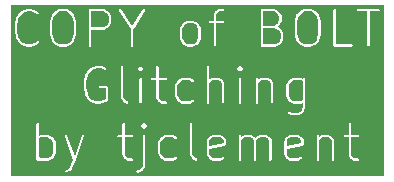
<source format=gbr>
%TF.GenerationSoftware,KiCad,Pcbnew,8.0.9-8.0.9-0~ubuntu22.04.1*%
%TF.CreationDate,2025-11-15T02:19:11+01:00*%
%TF.ProjectId,GLITCHING_FMAW,474c4954-4348-4494-9e47-5f464d41572e,rev?*%
%TF.SameCoordinates,Original*%
%TF.FileFunction,Legend,Bot*%
%TF.FilePolarity,Positive*%
%FSLAX46Y46*%
G04 Gerber Fmt 4.6, Leading zero omitted, Abs format (unit mm)*
G04 Created by KiCad (PCBNEW 8.0.9-8.0.9-0~ubuntu22.04.1) date 2025-11-15 02:19:11*
%MOMM*%
%LPD*%
G01*
G04 APERTURE LIST*
%ADD10C,0.200000*%
G04 APERTURE END LIST*
D10*
G36*
X41726478Y-64347500D02*
G01*
X41846385Y-64467406D01*
X41971428Y-64717492D01*
X41971428Y-65527421D01*
X41846385Y-65777506D01*
X41726476Y-65897414D01*
X41476392Y-66022457D01*
X40952178Y-66022457D01*
X40742856Y-65917796D01*
X40742856Y-64327117D01*
X40952178Y-64222457D01*
X41476392Y-64222457D01*
X41726478Y-64347500D01*
G37*
G36*
X56282605Y-64339849D02*
G01*
X56400000Y-64574635D01*
X56400000Y-64754761D01*
X55171428Y-65000476D01*
X55171428Y-64574635D01*
X55288820Y-64339849D01*
X55523607Y-64222457D01*
X56047821Y-64222457D01*
X56282605Y-64339849D01*
G37*
G36*
X62854034Y-64339849D02*
G01*
X62971429Y-64574635D01*
X62971429Y-64754761D01*
X61742857Y-65000476D01*
X61742857Y-64574635D01*
X61860249Y-64339849D01*
X62095036Y-64222457D01*
X62619250Y-64222457D01*
X62854034Y-64339849D01*
G37*
G36*
X63114286Y-59497285D02*
G01*
X63114286Y-61087964D01*
X62904964Y-61192625D01*
X62380750Y-61192625D01*
X62130663Y-61067582D01*
X62010757Y-60947675D01*
X61885714Y-60697589D01*
X61885714Y-59887660D01*
X62010756Y-59637575D01*
X62130663Y-59517667D01*
X62380750Y-59392625D01*
X62904964Y-59392625D01*
X63114286Y-59497285D01*
G37*
G36*
X43297906Y-53687835D02*
G01*
X43552560Y-53942488D01*
X43685714Y-54475102D01*
X43685714Y-55450483D01*
X43552560Y-55983096D01*
X43297906Y-56237750D01*
X43047821Y-56362793D01*
X42523607Y-56362793D01*
X42273523Y-56237751D01*
X42018866Y-55983094D01*
X41885714Y-55450483D01*
X41885714Y-54475102D01*
X42018867Y-53942489D01*
X42273521Y-53687836D01*
X42523607Y-53562793D01*
X43047821Y-53562793D01*
X43297906Y-53687835D01*
G37*
G36*
X54012193Y-54687836D02*
G01*
X54132100Y-54807742D01*
X54257143Y-55057828D01*
X54257143Y-55867757D01*
X54132100Y-56117842D01*
X54012191Y-56237750D01*
X53762107Y-56362793D01*
X53380750Y-56362793D01*
X53130663Y-56237750D01*
X53010757Y-56117843D01*
X52885714Y-55867757D01*
X52885714Y-55057828D01*
X53010756Y-54807743D01*
X53130663Y-54687835D01*
X53380750Y-54562793D01*
X53762107Y-54562793D01*
X54012193Y-54687836D01*
G37*
G36*
X61017409Y-55121623D02*
G01*
X61132100Y-55236313D01*
X61257143Y-55486399D01*
X61257143Y-55867757D01*
X61132099Y-56117843D01*
X61012193Y-56237750D01*
X60762107Y-56362793D01*
X59742857Y-56362793D01*
X59742857Y-54991364D01*
X60626630Y-54991364D01*
X61017409Y-55121623D01*
G37*
G36*
X60869335Y-53687835D02*
G01*
X60989243Y-53807742D01*
X61114286Y-54057828D01*
X61114286Y-54296329D01*
X60989243Y-54546414D01*
X60869335Y-54666321D01*
X60619250Y-54791364D01*
X59742857Y-54791364D01*
X59742857Y-53562793D01*
X60619250Y-53562793D01*
X60869335Y-53687835D01*
G37*
G36*
X64012192Y-53687835D02*
G01*
X64266846Y-53942488D01*
X64400000Y-54475102D01*
X64400000Y-55450483D01*
X64266846Y-55983096D01*
X64012192Y-56237750D01*
X63762107Y-56362793D01*
X63237893Y-56362793D01*
X62987809Y-56237751D01*
X62733152Y-55983094D01*
X62600000Y-55450483D01*
X62600000Y-54475102D01*
X62733153Y-53942489D01*
X62987807Y-53687836D01*
X63237893Y-53562793D01*
X63762107Y-53562793D01*
X64012192Y-53687835D01*
G37*
G36*
X46440763Y-53687835D02*
G01*
X46560671Y-53807742D01*
X46685714Y-54057828D01*
X46685714Y-54439186D01*
X46560671Y-54689271D01*
X46440763Y-54809178D01*
X46190678Y-54934221D01*
X45171428Y-54934221D01*
X45171428Y-53562793D01*
X46190678Y-53562793D01*
X46440763Y-53687835D01*
G37*
G36*
X69931412Y-67555790D02*
G01*
X38352381Y-67555790D01*
X38352381Y-67109950D01*
X42972213Y-67109950D01*
X42974979Y-67148870D01*
X42992428Y-67183769D01*
X43021905Y-67209333D01*
X43058921Y-67221672D01*
X43097841Y-67218906D01*
X43116149Y-67211900D01*
X43334053Y-67102948D01*
X48973349Y-67102948D01*
X48973349Y-67141966D01*
X48988281Y-67178014D01*
X49015871Y-67205604D01*
X49051919Y-67220536D01*
X49071428Y-67222457D01*
X49214285Y-67222457D01*
X49233794Y-67220536D01*
X49237114Y-67219160D01*
X49240698Y-67218906D01*
X49259006Y-67211900D01*
X49544720Y-67069043D01*
X49547983Y-67066988D01*
X49549522Y-67066476D01*
X49551437Y-67064814D01*
X49561311Y-67058600D01*
X49569526Y-67049127D01*
X49578999Y-67040912D01*
X49585213Y-67031038D01*
X49586875Y-67029123D01*
X49587387Y-67027584D01*
X49589442Y-67024321D01*
X49732299Y-66738606D01*
X49739305Y-66720298D01*
X49739559Y-66716714D01*
X49740935Y-66713394D01*
X49742856Y-66693885D01*
X49742856Y-64693885D01*
X50828570Y-64693885D01*
X50828570Y-65551028D01*
X50830491Y-65570537D01*
X50831866Y-65573857D01*
X50832121Y-65577441D01*
X50839127Y-65595749D01*
X50981984Y-65881463D01*
X50987270Y-65889861D01*
X50988280Y-65892299D01*
X50990531Y-65895041D01*
X50992427Y-65898054D01*
X50994425Y-65899787D01*
X51000716Y-65907452D01*
X51143573Y-66050310D01*
X51151239Y-66056602D01*
X51152972Y-66058600D01*
X51155980Y-66060493D01*
X51158726Y-66062747D01*
X51161166Y-66063757D01*
X51169563Y-66069043D01*
X51455278Y-66211900D01*
X51473586Y-66218906D01*
X51477169Y-66219160D01*
X51480490Y-66220536D01*
X51499999Y-66222457D01*
X52071427Y-66222457D01*
X52090936Y-66220536D01*
X52094256Y-66219160D01*
X52097840Y-66218906D01*
X52116148Y-66211900D01*
X52401863Y-66069043D01*
X52418454Y-66058600D01*
X52444018Y-66029123D01*
X52456357Y-65992107D01*
X52453591Y-65953187D01*
X52436142Y-65918288D01*
X52406665Y-65892724D01*
X52369649Y-65880385D01*
X52330729Y-65883151D01*
X52312421Y-65890157D01*
X52047820Y-66022457D01*
X51523606Y-66022457D01*
X51273519Y-65897414D01*
X51153613Y-65777507D01*
X51028570Y-65527421D01*
X51028570Y-64717492D01*
X51153612Y-64467407D01*
X51273519Y-64347499D01*
X51523606Y-64222457D01*
X52047820Y-64222457D01*
X52312421Y-64354757D01*
X52330729Y-64361763D01*
X52369649Y-64364529D01*
X52406665Y-64352190D01*
X52436142Y-64326626D01*
X52453591Y-64291727D01*
X52456357Y-64252807D01*
X52444018Y-64215791D01*
X52418454Y-64186314D01*
X52401863Y-64175871D01*
X52116148Y-64033014D01*
X52097840Y-64026008D01*
X52094256Y-64025753D01*
X52090936Y-64024378D01*
X52071427Y-64022457D01*
X51499999Y-64022457D01*
X51480490Y-64024378D01*
X51477169Y-64025753D01*
X51473586Y-64026008D01*
X51455278Y-64033014D01*
X51169563Y-64175871D01*
X51161166Y-64181156D01*
X51158726Y-64182167D01*
X51155980Y-64184420D01*
X51152972Y-64186314D01*
X51151239Y-64188311D01*
X51143573Y-64194604D01*
X51000716Y-64337460D01*
X50994424Y-64345126D01*
X50992427Y-64346859D01*
X50990531Y-64349870D01*
X50988280Y-64352614D01*
X50987270Y-64355051D01*
X50981984Y-64363450D01*
X50839127Y-64649164D01*
X50832121Y-64667472D01*
X50831866Y-64671055D01*
X50830491Y-64674376D01*
X50828570Y-64693885D01*
X49742856Y-64693885D01*
X49742856Y-64122457D01*
X49740935Y-64102948D01*
X49726003Y-64066900D01*
X49698413Y-64039310D01*
X49662365Y-64024378D01*
X49623347Y-64024378D01*
X49587299Y-64039310D01*
X49559709Y-64066900D01*
X49544777Y-64102948D01*
X49542856Y-64122457D01*
X49542856Y-66670278D01*
X49425463Y-66905064D01*
X49190678Y-67022457D01*
X49071428Y-67022457D01*
X49051919Y-67024378D01*
X49015871Y-67039310D01*
X48988281Y-67066900D01*
X48973349Y-67102948D01*
X43334053Y-67102948D01*
X43401863Y-67069043D01*
X43410259Y-67063757D01*
X43412700Y-67062747D01*
X43415445Y-67060493D01*
X43418454Y-67058600D01*
X43420186Y-67056602D01*
X43427853Y-67050310D01*
X43570710Y-66907452D01*
X43583146Y-66892299D01*
X43583383Y-66891726D01*
X43583818Y-66891281D01*
X43592847Y-66873881D01*
X43878562Y-66159596D01*
X43879086Y-66157788D01*
X43879888Y-66156091D01*
X44594173Y-64156090D01*
X44598926Y-64137072D01*
X44597229Y-64102948D01*
X47401920Y-64102948D01*
X47401920Y-64141966D01*
X47416852Y-64178014D01*
X47444442Y-64205604D01*
X47480490Y-64220536D01*
X47499999Y-64222457D01*
X47828570Y-64222457D01*
X47828570Y-65693885D01*
X47830491Y-65713394D01*
X47831866Y-65716714D01*
X47832121Y-65720298D01*
X47839127Y-65738606D01*
X47981984Y-66024321D01*
X47984038Y-66027584D01*
X47984551Y-66029123D01*
X47986212Y-66031038D01*
X47992427Y-66040912D01*
X48001899Y-66049127D01*
X48010115Y-66058600D01*
X48019988Y-66064814D01*
X48021904Y-66066476D01*
X48023442Y-66066988D01*
X48026706Y-66069043D01*
X48312421Y-66211900D01*
X48330729Y-66218906D01*
X48334312Y-66219160D01*
X48337633Y-66220536D01*
X48357142Y-66222457D01*
X48642856Y-66222457D01*
X48662365Y-66220536D01*
X48698413Y-66205604D01*
X48726003Y-66178014D01*
X48740935Y-66141966D01*
X48740935Y-66102948D01*
X48726003Y-66066900D01*
X48698413Y-66039310D01*
X48662365Y-66024378D01*
X48642856Y-66022457D01*
X48380749Y-66022457D01*
X48145962Y-65905064D01*
X48028570Y-65670278D01*
X48028570Y-64222457D01*
X48642856Y-64222457D01*
X48662365Y-64220536D01*
X48698413Y-64205604D01*
X48726003Y-64178014D01*
X48740935Y-64141966D01*
X48740935Y-64102948D01*
X48726003Y-64066900D01*
X48698413Y-64039310D01*
X48662365Y-64024378D01*
X48642856Y-64022457D01*
X48028570Y-64022457D01*
X48028570Y-63245805D01*
X49401920Y-63245805D01*
X49401920Y-63284823D01*
X49416852Y-63320871D01*
X49429288Y-63336025D01*
X49572145Y-63478881D01*
X49587298Y-63491318D01*
X49597856Y-63495691D01*
X49623347Y-63506250D01*
X49662365Y-63506250D01*
X49698413Y-63491318D01*
X49713567Y-63478882D01*
X49856423Y-63336025D01*
X49868860Y-63320872D01*
X49883791Y-63284823D01*
X49883791Y-63245805D01*
X49868860Y-63209757D01*
X49868860Y-63209756D01*
X49856423Y-63194603D01*
X49784278Y-63122457D01*
X53542856Y-63122457D01*
X53542856Y-65693885D01*
X53544777Y-65713394D01*
X53546152Y-65716714D01*
X53546407Y-65720298D01*
X53553413Y-65738606D01*
X53696270Y-66024321D01*
X53698324Y-66027584D01*
X53698837Y-66029123D01*
X53700498Y-66031038D01*
X53706713Y-66040912D01*
X53716185Y-66049127D01*
X53724401Y-66058600D01*
X53734274Y-66064814D01*
X53736190Y-66066476D01*
X53737728Y-66066988D01*
X53740992Y-66069043D01*
X54026707Y-66211900D01*
X54045015Y-66218906D01*
X54083935Y-66221672D01*
X54120951Y-66209333D01*
X54150428Y-66183769D01*
X54167877Y-66148870D01*
X54170643Y-66109950D01*
X54158304Y-66072934D01*
X54132740Y-66043457D01*
X54116149Y-66033014D01*
X53860248Y-65905064D01*
X53742856Y-65670278D01*
X53742856Y-64551028D01*
X54971428Y-64551028D01*
X54971428Y-65693885D01*
X54973349Y-65713394D01*
X54974724Y-65716714D01*
X54974979Y-65720298D01*
X54981985Y-65738606D01*
X55124842Y-66024321D01*
X55126896Y-66027584D01*
X55127409Y-66029123D01*
X55129070Y-66031038D01*
X55135285Y-66040912D01*
X55144757Y-66049127D01*
X55152973Y-66058600D01*
X55162846Y-66064814D01*
X55164762Y-66066476D01*
X55166300Y-66066988D01*
X55169564Y-66069043D01*
X55455279Y-66211900D01*
X55473587Y-66218906D01*
X55477170Y-66219160D01*
X55480491Y-66220536D01*
X55500000Y-66222457D01*
X56071428Y-66222457D01*
X56090937Y-66220536D01*
X56094257Y-66219160D01*
X56097841Y-66218906D01*
X56116149Y-66211900D01*
X56401863Y-66069043D01*
X56418454Y-66058600D01*
X56444018Y-66029123D01*
X56456357Y-65992107D01*
X56453591Y-65953187D01*
X56436142Y-65918288D01*
X56406665Y-65892724D01*
X56369649Y-65880385D01*
X56330729Y-65883151D01*
X56312421Y-65890157D01*
X56047821Y-66022457D01*
X55523607Y-66022457D01*
X55288820Y-65905064D01*
X55171428Y-65670278D01*
X55171428Y-65204437D01*
X56519506Y-64934821D01*
X56519509Y-64934821D01*
X56519511Y-64934819D01*
X56519611Y-64934800D01*
X56538365Y-64929090D01*
X56546505Y-64923638D01*
X56555557Y-64919889D01*
X56562558Y-64912887D01*
X56570784Y-64907379D01*
X56576218Y-64899227D01*
X56583147Y-64892299D01*
X56586936Y-64883151D01*
X56592428Y-64874914D01*
X56594329Y-64865303D01*
X56598079Y-64856251D01*
X56600000Y-64836742D01*
X56600000Y-64551028D01*
X56598079Y-64531519D01*
X56596703Y-64528199D01*
X56596449Y-64524614D01*
X56589442Y-64506306D01*
X56446585Y-64220592D01*
X56444530Y-64217327D01*
X56444018Y-64215791D01*
X56442358Y-64213876D01*
X56436142Y-64204002D01*
X56426669Y-64195786D01*
X56418454Y-64186314D01*
X56408580Y-64180099D01*
X56406665Y-64178438D01*
X56405126Y-64177925D01*
X56401863Y-64175871D01*
X56295035Y-64122457D01*
X57685714Y-64122457D01*
X57685714Y-66122457D01*
X57687635Y-66141966D01*
X57702567Y-66178014D01*
X57730157Y-66205604D01*
X57766205Y-66220536D01*
X57805223Y-66220536D01*
X57841271Y-66205604D01*
X57868861Y-66178014D01*
X57883793Y-66141966D01*
X57885714Y-66122457D01*
X57885714Y-64449592D01*
X57987806Y-64347499D01*
X58237893Y-64222457D01*
X58619250Y-64222457D01*
X58854034Y-64339849D01*
X58971429Y-64574635D01*
X58971429Y-66122457D01*
X58973350Y-66141966D01*
X58988282Y-66178014D01*
X59015872Y-66205604D01*
X59051920Y-66220536D01*
X59090938Y-66220536D01*
X59126986Y-66205604D01*
X59154576Y-66178014D01*
X59169508Y-66141966D01*
X59171429Y-66122457D01*
X59171429Y-64574635D01*
X59288821Y-64339849D01*
X59523607Y-64222457D01*
X59904964Y-64222457D01*
X60139750Y-64339849D01*
X60257143Y-64574635D01*
X60257143Y-66122457D01*
X60259064Y-66141966D01*
X60273996Y-66178014D01*
X60301586Y-66205604D01*
X60337634Y-66220536D01*
X60376652Y-66220536D01*
X60412700Y-66205604D01*
X60440290Y-66178014D01*
X60455222Y-66141966D01*
X60457143Y-66122457D01*
X60457143Y-64551028D01*
X61542857Y-64551028D01*
X61542857Y-65693885D01*
X61544778Y-65713394D01*
X61546153Y-65716714D01*
X61546408Y-65720298D01*
X61553414Y-65738606D01*
X61696271Y-66024321D01*
X61698325Y-66027584D01*
X61698838Y-66029123D01*
X61700499Y-66031038D01*
X61706714Y-66040912D01*
X61716186Y-66049127D01*
X61724402Y-66058600D01*
X61734275Y-66064814D01*
X61736191Y-66066476D01*
X61737729Y-66066988D01*
X61740993Y-66069043D01*
X62026708Y-66211900D01*
X62045016Y-66218906D01*
X62048599Y-66219160D01*
X62051920Y-66220536D01*
X62071429Y-66222457D01*
X62642857Y-66222457D01*
X62662366Y-66220536D01*
X62665686Y-66219160D01*
X62669270Y-66218906D01*
X62687578Y-66211900D01*
X62973292Y-66069043D01*
X62989883Y-66058600D01*
X63015447Y-66029123D01*
X63027786Y-65992107D01*
X63025020Y-65953187D01*
X63007571Y-65918288D01*
X62978094Y-65892724D01*
X62941078Y-65880385D01*
X62902158Y-65883151D01*
X62883850Y-65890157D01*
X62619250Y-66022457D01*
X62095036Y-66022457D01*
X61860249Y-65905064D01*
X61742857Y-65670278D01*
X61742857Y-65204437D01*
X63090935Y-64934821D01*
X63090938Y-64934821D01*
X63090940Y-64934819D01*
X63091040Y-64934800D01*
X63109794Y-64929090D01*
X63117934Y-64923638D01*
X63126986Y-64919889D01*
X63133987Y-64912887D01*
X63142213Y-64907379D01*
X63147647Y-64899227D01*
X63154576Y-64892299D01*
X63158365Y-64883151D01*
X63163857Y-64874914D01*
X63165758Y-64865303D01*
X63169508Y-64856251D01*
X63171429Y-64836742D01*
X63171429Y-64551028D01*
X63169508Y-64531519D01*
X63168132Y-64528199D01*
X63167878Y-64524614D01*
X63160871Y-64506306D01*
X63018014Y-64220592D01*
X63015959Y-64217327D01*
X63015447Y-64215791D01*
X63013787Y-64213876D01*
X63007571Y-64204002D01*
X62998098Y-64195786D01*
X62989883Y-64186314D01*
X62980009Y-64180099D01*
X62978094Y-64178438D01*
X62976555Y-64177925D01*
X62973292Y-64175871D01*
X62866464Y-64122457D01*
X64257143Y-64122457D01*
X64257143Y-66122457D01*
X64259064Y-66141966D01*
X64273996Y-66178014D01*
X64301586Y-66205604D01*
X64337634Y-66220536D01*
X64376652Y-66220536D01*
X64412700Y-66205604D01*
X64440290Y-66178014D01*
X64455222Y-66141966D01*
X64457143Y-66122457D01*
X64457143Y-64449592D01*
X64559235Y-64347499D01*
X64809322Y-64222457D01*
X65190679Y-64222457D01*
X65425463Y-64339849D01*
X65542858Y-64574635D01*
X65542858Y-66122457D01*
X65544779Y-66141966D01*
X65559711Y-66178014D01*
X65587301Y-66205604D01*
X65623349Y-66220536D01*
X65662367Y-66220536D01*
X65698415Y-66205604D01*
X65726005Y-66178014D01*
X65740937Y-66141966D01*
X65742858Y-66122457D01*
X65742858Y-64551028D01*
X65740937Y-64531519D01*
X65739561Y-64528199D01*
X65739307Y-64524614D01*
X65732300Y-64506306D01*
X65589443Y-64220592D01*
X65587388Y-64217327D01*
X65586876Y-64215791D01*
X65585216Y-64213876D01*
X65579000Y-64204002D01*
X65569527Y-64195786D01*
X65561312Y-64186314D01*
X65551438Y-64180099D01*
X65549523Y-64178438D01*
X65547984Y-64177925D01*
X65544721Y-64175871D01*
X65398875Y-64102948D01*
X66544779Y-64102948D01*
X66544779Y-64141966D01*
X66559711Y-64178014D01*
X66587301Y-64205604D01*
X66623349Y-64220536D01*
X66642858Y-64222457D01*
X66971429Y-64222457D01*
X66971429Y-65693885D01*
X66973350Y-65713394D01*
X66974725Y-65716714D01*
X66974980Y-65720298D01*
X66981986Y-65738606D01*
X67124843Y-66024321D01*
X67126897Y-66027584D01*
X67127410Y-66029123D01*
X67129071Y-66031038D01*
X67135286Y-66040912D01*
X67144758Y-66049127D01*
X67152974Y-66058600D01*
X67162847Y-66064814D01*
X67164763Y-66066476D01*
X67166301Y-66066988D01*
X67169565Y-66069043D01*
X67455280Y-66211900D01*
X67473588Y-66218906D01*
X67477171Y-66219160D01*
X67480492Y-66220536D01*
X67500001Y-66222457D01*
X67785715Y-66222457D01*
X67805224Y-66220536D01*
X67841272Y-66205604D01*
X67868862Y-66178014D01*
X67883794Y-66141966D01*
X67883794Y-66102948D01*
X67868862Y-66066900D01*
X67841272Y-66039310D01*
X67805224Y-66024378D01*
X67785715Y-66022457D01*
X67523608Y-66022457D01*
X67288821Y-65905064D01*
X67171429Y-65670278D01*
X67171429Y-64222457D01*
X67785715Y-64222457D01*
X67805224Y-64220536D01*
X67841272Y-64205604D01*
X67868862Y-64178014D01*
X67883794Y-64141966D01*
X67883794Y-64102948D01*
X67868862Y-64066900D01*
X67841272Y-64039310D01*
X67805224Y-64024378D01*
X67785715Y-64022457D01*
X67171429Y-64022457D01*
X67171429Y-63122457D01*
X67169508Y-63102948D01*
X67154576Y-63066900D01*
X67126986Y-63039310D01*
X67090938Y-63024378D01*
X67051920Y-63024378D01*
X67015872Y-63039310D01*
X66988282Y-63066900D01*
X66973350Y-63102948D01*
X66971429Y-63122457D01*
X66971429Y-64022457D01*
X66642858Y-64022457D01*
X66623349Y-64024378D01*
X66587301Y-64039310D01*
X66559711Y-64066900D01*
X66544779Y-64102948D01*
X65398875Y-64102948D01*
X65259007Y-64033014D01*
X65240699Y-64026008D01*
X65237115Y-64025753D01*
X65233795Y-64024378D01*
X65214286Y-64022457D01*
X64785715Y-64022457D01*
X64766206Y-64024378D01*
X64762885Y-64025753D01*
X64759302Y-64026008D01*
X64740994Y-64033014D01*
X64457143Y-64174939D01*
X64457143Y-64122457D01*
X64455222Y-64102948D01*
X64440290Y-64066900D01*
X64412700Y-64039310D01*
X64376652Y-64024378D01*
X64337634Y-64024378D01*
X64301586Y-64039310D01*
X64273996Y-64066900D01*
X64259064Y-64102948D01*
X64257143Y-64122457D01*
X62866464Y-64122457D01*
X62687578Y-64033014D01*
X62669270Y-64026008D01*
X62665686Y-64025753D01*
X62662366Y-64024378D01*
X62642857Y-64022457D01*
X62071429Y-64022457D01*
X62051920Y-64024378D01*
X62048599Y-64025753D01*
X62045016Y-64026008D01*
X62026708Y-64033014D01*
X61740993Y-64175871D01*
X61737729Y-64177925D01*
X61736191Y-64178438D01*
X61734275Y-64180099D01*
X61724402Y-64186314D01*
X61716186Y-64195786D01*
X61706714Y-64204002D01*
X61700499Y-64213875D01*
X61698838Y-64215791D01*
X61698325Y-64217329D01*
X61696271Y-64220593D01*
X61553414Y-64506307D01*
X61546408Y-64524615D01*
X61546153Y-64528198D01*
X61544778Y-64531519D01*
X61542857Y-64551028D01*
X60457143Y-64551028D01*
X60455222Y-64531519D01*
X60453846Y-64528198D01*
X60453592Y-64524615D01*
X60446586Y-64506307D01*
X60303729Y-64220593D01*
X60301674Y-64217329D01*
X60301162Y-64215791D01*
X60299500Y-64213875D01*
X60293286Y-64204002D01*
X60283813Y-64195786D01*
X60275598Y-64186314D01*
X60265724Y-64180099D01*
X60263809Y-64178438D01*
X60262270Y-64177925D01*
X60259007Y-64175871D01*
X59973292Y-64033014D01*
X59954984Y-64026008D01*
X59951400Y-64025753D01*
X59948080Y-64024378D01*
X59928571Y-64022457D01*
X59500000Y-64022457D01*
X59480491Y-64024378D01*
X59477170Y-64025753D01*
X59473587Y-64026008D01*
X59455279Y-64033014D01*
X59169565Y-64175871D01*
X59166301Y-64177925D01*
X59164763Y-64178438D01*
X59162847Y-64180099D01*
X59152974Y-64186314D01*
X59144758Y-64195786D01*
X59135286Y-64204002D01*
X59129071Y-64213875D01*
X59127410Y-64215791D01*
X59126897Y-64217329D01*
X59124843Y-64220593D01*
X59071428Y-64327421D01*
X59018014Y-64220592D01*
X59015959Y-64217327D01*
X59015447Y-64215791D01*
X59013787Y-64213876D01*
X59007571Y-64204002D01*
X58998098Y-64195786D01*
X58989883Y-64186314D01*
X58980009Y-64180099D01*
X58978094Y-64178438D01*
X58976555Y-64177925D01*
X58973292Y-64175871D01*
X58687578Y-64033014D01*
X58669270Y-64026008D01*
X58665686Y-64025753D01*
X58662366Y-64024378D01*
X58642857Y-64022457D01*
X58214286Y-64022457D01*
X58194777Y-64024378D01*
X58191456Y-64025753D01*
X58187873Y-64026008D01*
X58169565Y-64033014D01*
X57885714Y-64174939D01*
X57885714Y-64122457D01*
X57883793Y-64102948D01*
X57868861Y-64066900D01*
X57841271Y-64039310D01*
X57805223Y-64024378D01*
X57766205Y-64024378D01*
X57730157Y-64039310D01*
X57702567Y-64066900D01*
X57687635Y-64102948D01*
X57685714Y-64122457D01*
X56295035Y-64122457D01*
X56116149Y-64033014D01*
X56097841Y-64026008D01*
X56094257Y-64025753D01*
X56090937Y-64024378D01*
X56071428Y-64022457D01*
X55500000Y-64022457D01*
X55480491Y-64024378D01*
X55477170Y-64025753D01*
X55473587Y-64026008D01*
X55455279Y-64033014D01*
X55169564Y-64175871D01*
X55166300Y-64177925D01*
X55164762Y-64178438D01*
X55162846Y-64180099D01*
X55152973Y-64186314D01*
X55144757Y-64195786D01*
X55135285Y-64204002D01*
X55129070Y-64213875D01*
X55127409Y-64215791D01*
X55126896Y-64217329D01*
X55124842Y-64220593D01*
X54981985Y-64506307D01*
X54974979Y-64524615D01*
X54974724Y-64528198D01*
X54973349Y-64531519D01*
X54971428Y-64551028D01*
X53742856Y-64551028D01*
X53742856Y-63122457D01*
X53740935Y-63102948D01*
X53726003Y-63066900D01*
X53698413Y-63039310D01*
X53662365Y-63024378D01*
X53623347Y-63024378D01*
X53587299Y-63039310D01*
X53559709Y-63066900D01*
X53544777Y-63102948D01*
X53542856Y-63122457D01*
X49784278Y-63122457D01*
X49713567Y-63051746D01*
X49698413Y-63039310D01*
X49662365Y-63024378D01*
X49623347Y-63024378D01*
X49597856Y-63034936D01*
X49587298Y-63039310D01*
X49572145Y-63051747D01*
X49429288Y-63194603D01*
X49416853Y-63209756D01*
X49416852Y-63209757D01*
X49401920Y-63245805D01*
X48028570Y-63245805D01*
X48028570Y-63122457D01*
X48026649Y-63102948D01*
X48011717Y-63066900D01*
X47984127Y-63039310D01*
X47948079Y-63024378D01*
X47909061Y-63024378D01*
X47873013Y-63039310D01*
X47845423Y-63066900D01*
X47830491Y-63102948D01*
X47828570Y-63122457D01*
X47828570Y-64022457D01*
X47499999Y-64022457D01*
X47480490Y-64024378D01*
X47444442Y-64039310D01*
X47416852Y-64066900D01*
X47401920Y-64102948D01*
X44597229Y-64102948D01*
X44596988Y-64098102D01*
X44580285Y-64062840D01*
X44551359Y-64036653D01*
X44514614Y-64023530D01*
X44475644Y-64025468D01*
X44440382Y-64042171D01*
X44414196Y-64071097D01*
X44405825Y-64088823D01*
X43785713Y-65825135D01*
X43165602Y-64088823D01*
X43157232Y-64071097D01*
X43131045Y-64042171D01*
X43095783Y-64025468D01*
X43056813Y-64023530D01*
X43020068Y-64036653D01*
X42991142Y-64062840D01*
X42974439Y-64098102D01*
X42972501Y-64137072D01*
X42977254Y-64156091D01*
X43678812Y-66120452D01*
X43414773Y-66780546D01*
X43297906Y-66897414D01*
X43026707Y-67033014D01*
X43010116Y-67043457D01*
X42984552Y-67072934D01*
X42972213Y-67109950D01*
X38352381Y-67109950D01*
X38352381Y-63122457D01*
X40542856Y-63122457D01*
X40542856Y-66122457D01*
X40544777Y-66141966D01*
X40559709Y-66178014D01*
X40587299Y-66205604D01*
X40623347Y-66220536D01*
X40662365Y-66220536D01*
X40698413Y-66205604D01*
X40726003Y-66178014D01*
X40740935Y-66141966D01*
X40741077Y-66140514D01*
X40883850Y-66211900D01*
X40902158Y-66218906D01*
X40905741Y-66219160D01*
X40909062Y-66220536D01*
X40928571Y-66222457D01*
X41499999Y-66222457D01*
X41519508Y-66220536D01*
X41522828Y-66219160D01*
X41526412Y-66218906D01*
X41544720Y-66211900D01*
X41830434Y-66069043D01*
X41838832Y-66063756D01*
X41841270Y-66062747D01*
X41844013Y-66060495D01*
X41847025Y-66058600D01*
X41848757Y-66056602D01*
X41856424Y-66050311D01*
X41999282Y-65907452D01*
X42005572Y-65899787D01*
X42007571Y-65898054D01*
X42009466Y-65895041D01*
X42011718Y-65892299D01*
X42012727Y-65889861D01*
X42018014Y-65881463D01*
X42160871Y-65595749D01*
X42167877Y-65577441D01*
X42168131Y-65573857D01*
X42169507Y-65570537D01*
X42171428Y-65551028D01*
X42171428Y-64693885D01*
X42169507Y-64674376D01*
X42168131Y-64671055D01*
X42167877Y-64667472D01*
X42160871Y-64649164D01*
X42018014Y-64363450D01*
X42012728Y-64355053D01*
X42011718Y-64352613D01*
X42009464Y-64349867D01*
X42007571Y-64346859D01*
X42005573Y-64345126D01*
X41999281Y-64337460D01*
X41856423Y-64194603D01*
X41848758Y-64188312D01*
X41847025Y-64186314D01*
X41844012Y-64184418D01*
X41841270Y-64182167D01*
X41838832Y-64181157D01*
X41830434Y-64175871D01*
X41544720Y-64033014D01*
X41526412Y-64026008D01*
X41522828Y-64025753D01*
X41519508Y-64024378D01*
X41499999Y-64022457D01*
X40928571Y-64022457D01*
X40909062Y-64024378D01*
X40905741Y-64025753D01*
X40902158Y-64026008D01*
X40883850Y-64033014D01*
X40742856Y-64103510D01*
X40742856Y-63122457D01*
X40740935Y-63102948D01*
X40726003Y-63066900D01*
X40698413Y-63039310D01*
X40662365Y-63024378D01*
X40623347Y-63024378D01*
X40587299Y-63039310D01*
X40559709Y-63066900D01*
X40544777Y-63102948D01*
X40542856Y-63122457D01*
X38352381Y-63122457D01*
X38352381Y-59578339D01*
X44542856Y-59578339D01*
X44542856Y-60006910D01*
X44543191Y-60010312D01*
X44542974Y-60011771D01*
X44544053Y-60019068D01*
X44544777Y-60026419D01*
X44545341Y-60027782D01*
X44545842Y-60031164D01*
X44688699Y-60602592D01*
X44689212Y-60604029D01*
X44689264Y-60604752D01*
X44692372Y-60612876D01*
X44695294Y-60621053D01*
X44695724Y-60621633D01*
X44696270Y-60623060D01*
X44839127Y-60908774D01*
X44844413Y-60917172D01*
X44845423Y-60919610D01*
X44847674Y-60922353D01*
X44849570Y-60925365D01*
X44851567Y-60927097D01*
X44857859Y-60934764D01*
X45143574Y-61220479D01*
X45158728Y-61232915D01*
X45162046Y-61234289D01*
X45164762Y-61236645D01*
X45182662Y-61244636D01*
X45611233Y-61387493D01*
X45620905Y-61389692D01*
X45623347Y-61390704D01*
X45626884Y-61391052D01*
X45630348Y-61391840D01*
X45632982Y-61391652D01*
X45642856Y-61392625D01*
X45928570Y-61392625D01*
X45938443Y-61391652D01*
X45941077Y-61391840D01*
X45944540Y-61391052D01*
X45948079Y-61390704D01*
X45950521Y-61389692D01*
X45960193Y-61387493D01*
X46388764Y-61244636D01*
X46406665Y-61236645D01*
X46409380Y-61234289D01*
X46412700Y-61232915D01*
X46427853Y-61220478D01*
X46570710Y-61077620D01*
X46583146Y-61062467D01*
X46598078Y-61026419D01*
X46599999Y-61006910D01*
X46599999Y-60006910D01*
X46598078Y-59987401D01*
X46583146Y-59951353D01*
X46555556Y-59923763D01*
X46519508Y-59908831D01*
X46499999Y-59906910D01*
X45928570Y-59906910D01*
X45909061Y-59908831D01*
X45873013Y-59923763D01*
X45845423Y-59951353D01*
X45830491Y-59987401D01*
X45830491Y-60026419D01*
X45845423Y-60062467D01*
X45873013Y-60090057D01*
X45909061Y-60104989D01*
X45928570Y-60106910D01*
X46399999Y-60106910D01*
X46399999Y-60965489D01*
X46303123Y-61062365D01*
X45912343Y-61192625D01*
X45659082Y-61192625D01*
X45268304Y-61062365D01*
X45010755Y-60804816D01*
X44880064Y-60543435D01*
X44742856Y-59994600D01*
X44742856Y-59590648D01*
X44880064Y-59041813D01*
X45010755Y-58780433D01*
X45268303Y-58522884D01*
X45659082Y-58392625D01*
X46047821Y-58392625D01*
X46312421Y-58524925D01*
X46330729Y-58531931D01*
X46369649Y-58534697D01*
X46406665Y-58522358D01*
X46436142Y-58496794D01*
X46453591Y-58461895D01*
X46456357Y-58422975D01*
X46444018Y-58385959D01*
X46418454Y-58356482D01*
X46401863Y-58346039D01*
X46295035Y-58292625D01*
X47685713Y-58292625D01*
X47685713Y-60864053D01*
X47687634Y-60883562D01*
X47689009Y-60886882D01*
X47689264Y-60890466D01*
X47696270Y-60908774D01*
X47839127Y-61194489D01*
X47841181Y-61197752D01*
X47841694Y-61199291D01*
X47843355Y-61201206D01*
X47849570Y-61211080D01*
X47859042Y-61219295D01*
X47867258Y-61228768D01*
X47877131Y-61234982D01*
X47879047Y-61236644D01*
X47880585Y-61237156D01*
X47883849Y-61239211D01*
X48169564Y-61382068D01*
X48187872Y-61389074D01*
X48226792Y-61391840D01*
X48263808Y-61379501D01*
X48293285Y-61353937D01*
X48310734Y-61319038D01*
X48313500Y-61280118D01*
X48301161Y-61243102D01*
X48275597Y-61213625D01*
X48259006Y-61203182D01*
X48003105Y-61075232D01*
X47885713Y-60840446D01*
X47885713Y-59292625D01*
X49257142Y-59292625D01*
X49257142Y-61292625D01*
X49259063Y-61312134D01*
X49273995Y-61348182D01*
X49301585Y-61375772D01*
X49337633Y-61390704D01*
X49376651Y-61390704D01*
X49412699Y-61375772D01*
X49440289Y-61348182D01*
X49455221Y-61312134D01*
X49457142Y-61292625D01*
X49457142Y-59292625D01*
X49455221Y-59273116D01*
X50259063Y-59273116D01*
X50259063Y-59312134D01*
X50273995Y-59348182D01*
X50301585Y-59375772D01*
X50337633Y-59390704D01*
X50357142Y-59392625D01*
X50685713Y-59392625D01*
X50685713Y-60864053D01*
X50687634Y-60883562D01*
X50689009Y-60886882D01*
X50689264Y-60890466D01*
X50696270Y-60908774D01*
X50839127Y-61194489D01*
X50841181Y-61197752D01*
X50841694Y-61199291D01*
X50843355Y-61201206D01*
X50849570Y-61211080D01*
X50859042Y-61219295D01*
X50867258Y-61228768D01*
X50877131Y-61234982D01*
X50879047Y-61236644D01*
X50880585Y-61237156D01*
X50883849Y-61239211D01*
X51169564Y-61382068D01*
X51187872Y-61389074D01*
X51191455Y-61389328D01*
X51194776Y-61390704D01*
X51214285Y-61392625D01*
X51499999Y-61392625D01*
X51519508Y-61390704D01*
X51555556Y-61375772D01*
X51583146Y-61348182D01*
X51598078Y-61312134D01*
X51598078Y-61273116D01*
X51583146Y-61237068D01*
X51555556Y-61209478D01*
X51519508Y-61194546D01*
X51499999Y-61192625D01*
X51237892Y-61192625D01*
X51003105Y-61075232D01*
X50885713Y-60840446D01*
X50885713Y-59864053D01*
X52257142Y-59864053D01*
X52257142Y-60721196D01*
X52259063Y-60740705D01*
X52260438Y-60744025D01*
X52260693Y-60747609D01*
X52267699Y-60765917D01*
X52410556Y-61051631D01*
X52415842Y-61060029D01*
X52416852Y-61062467D01*
X52419103Y-61065209D01*
X52420999Y-61068222D01*
X52422997Y-61069955D01*
X52429288Y-61077620D01*
X52572145Y-61220478D01*
X52579811Y-61226770D01*
X52581544Y-61228768D01*
X52584552Y-61230661D01*
X52587298Y-61232915D01*
X52589738Y-61233925D01*
X52598135Y-61239211D01*
X52883850Y-61382068D01*
X52902158Y-61389074D01*
X52905741Y-61389328D01*
X52909062Y-61390704D01*
X52928571Y-61392625D01*
X53499999Y-61392625D01*
X53519508Y-61390704D01*
X53522828Y-61389328D01*
X53526412Y-61389074D01*
X53544720Y-61382068D01*
X53830435Y-61239211D01*
X53847026Y-61228768D01*
X53872590Y-61199291D01*
X53884929Y-61162275D01*
X53882163Y-61123355D01*
X53864714Y-61088456D01*
X53835237Y-61062892D01*
X53798221Y-61050553D01*
X53759301Y-61053319D01*
X53740993Y-61060325D01*
X53476392Y-61192625D01*
X52952178Y-61192625D01*
X52702091Y-61067582D01*
X52582185Y-60947675D01*
X52457142Y-60697589D01*
X52457142Y-59887660D01*
X52582184Y-59637575D01*
X52702091Y-59517667D01*
X52952178Y-59392625D01*
X53476392Y-59392625D01*
X53740993Y-59524925D01*
X53759301Y-59531931D01*
X53798221Y-59534697D01*
X53835237Y-59522358D01*
X53864714Y-59496794D01*
X53882163Y-59461895D01*
X53884929Y-59422975D01*
X53872590Y-59385959D01*
X53847026Y-59356482D01*
X53830435Y-59346039D01*
X53544720Y-59203182D01*
X53526412Y-59196176D01*
X53522828Y-59195921D01*
X53519508Y-59194546D01*
X53499999Y-59192625D01*
X52928571Y-59192625D01*
X52909062Y-59194546D01*
X52905741Y-59195921D01*
X52902158Y-59196176D01*
X52883850Y-59203182D01*
X52598135Y-59346039D01*
X52589738Y-59351324D01*
X52587298Y-59352335D01*
X52584552Y-59354588D01*
X52581544Y-59356482D01*
X52579811Y-59358479D01*
X52572145Y-59364772D01*
X52429288Y-59507628D01*
X52422996Y-59515294D01*
X52420999Y-59517027D01*
X52419103Y-59520038D01*
X52416852Y-59522782D01*
X52415842Y-59525219D01*
X52410556Y-59533618D01*
X52267699Y-59819332D01*
X52260693Y-59837640D01*
X52260438Y-59841223D01*
X52259063Y-59844544D01*
X52257142Y-59864053D01*
X50885713Y-59864053D01*
X50885713Y-59392625D01*
X51499999Y-59392625D01*
X51519508Y-59390704D01*
X51555556Y-59375772D01*
X51583146Y-59348182D01*
X51598078Y-59312134D01*
X51598078Y-59273116D01*
X51583146Y-59237068D01*
X51555556Y-59209478D01*
X51519508Y-59194546D01*
X51499999Y-59192625D01*
X50885713Y-59192625D01*
X50885713Y-58292625D01*
X54971428Y-58292625D01*
X54971428Y-61292625D01*
X54973349Y-61312134D01*
X54988281Y-61348182D01*
X55015871Y-61375772D01*
X55051919Y-61390704D01*
X55090937Y-61390704D01*
X55126985Y-61375772D01*
X55154575Y-61348182D01*
X55169507Y-61312134D01*
X55171428Y-61292625D01*
X55171428Y-59619760D01*
X55273520Y-59517667D01*
X55523607Y-59392625D01*
X55904964Y-59392625D01*
X56139748Y-59510017D01*
X56257143Y-59744803D01*
X56257143Y-61292625D01*
X56259064Y-61312134D01*
X56273996Y-61348182D01*
X56301586Y-61375772D01*
X56337634Y-61390704D01*
X56376652Y-61390704D01*
X56412700Y-61375772D01*
X56440290Y-61348182D01*
X56455222Y-61312134D01*
X56457143Y-61292625D01*
X56457143Y-59721196D01*
X56455222Y-59701687D01*
X56453846Y-59698367D01*
X56453592Y-59694782D01*
X56446585Y-59676474D01*
X56303728Y-59390760D01*
X56301673Y-59387495D01*
X56301161Y-59385959D01*
X56299501Y-59384044D01*
X56293285Y-59374170D01*
X56283812Y-59365954D01*
X56275597Y-59356482D01*
X56265723Y-59350267D01*
X56263808Y-59348606D01*
X56262269Y-59348093D01*
X56259006Y-59346039D01*
X56152178Y-59292625D01*
X57685714Y-59292625D01*
X57685714Y-61292625D01*
X57687635Y-61312134D01*
X57702567Y-61348182D01*
X57730157Y-61375772D01*
X57766205Y-61390704D01*
X57805223Y-61390704D01*
X57841271Y-61375772D01*
X57868861Y-61348182D01*
X57883793Y-61312134D01*
X57885714Y-61292625D01*
X57885714Y-59292625D01*
X59114285Y-59292625D01*
X59114285Y-61292625D01*
X59116206Y-61312134D01*
X59131138Y-61348182D01*
X59158728Y-61375772D01*
X59194776Y-61390704D01*
X59233794Y-61390704D01*
X59269842Y-61375772D01*
X59297432Y-61348182D01*
X59312364Y-61312134D01*
X59314285Y-61292625D01*
X59314285Y-59619760D01*
X59416377Y-59517667D01*
X59666464Y-59392625D01*
X60047821Y-59392625D01*
X60282605Y-59510017D01*
X60400000Y-59744803D01*
X60400000Y-61292625D01*
X60401921Y-61312134D01*
X60416853Y-61348182D01*
X60444443Y-61375772D01*
X60480491Y-61390704D01*
X60519509Y-61390704D01*
X60555557Y-61375772D01*
X60583147Y-61348182D01*
X60598079Y-61312134D01*
X60600000Y-61292625D01*
X60600000Y-59864053D01*
X61685714Y-59864053D01*
X61685714Y-60721196D01*
X61687635Y-60740705D01*
X61689010Y-60744025D01*
X61689265Y-60747609D01*
X61696271Y-60765917D01*
X61839128Y-61051631D01*
X61844414Y-61060029D01*
X61845424Y-61062467D01*
X61847675Y-61065209D01*
X61849571Y-61068222D01*
X61851569Y-61069955D01*
X61857860Y-61077620D01*
X62000717Y-61220478D01*
X62008383Y-61226770D01*
X62010116Y-61228768D01*
X62013124Y-61230661D01*
X62015870Y-61232915D01*
X62018310Y-61233925D01*
X62026707Y-61239211D01*
X62312422Y-61382068D01*
X62330730Y-61389074D01*
X62334313Y-61389328D01*
X62337634Y-61390704D01*
X62357143Y-61392625D01*
X62928571Y-61392625D01*
X62948080Y-61390704D01*
X62951400Y-61389328D01*
X62954984Y-61389074D01*
X62973292Y-61382068D01*
X63114286Y-61311571D01*
X63114286Y-61697588D01*
X62989241Y-61947676D01*
X62869335Y-62067582D01*
X62619250Y-62192625D01*
X62237893Y-62192625D01*
X61973292Y-62060325D01*
X61954984Y-62053319D01*
X61916064Y-62050553D01*
X61879048Y-62062892D01*
X61849571Y-62088456D01*
X61832122Y-62123355D01*
X61829356Y-62162275D01*
X61841695Y-62199291D01*
X61867259Y-62228768D01*
X61883850Y-62239211D01*
X62169565Y-62382068D01*
X62187873Y-62389074D01*
X62191456Y-62389328D01*
X62194777Y-62390704D01*
X62214286Y-62392625D01*
X62642857Y-62392625D01*
X62662366Y-62390704D01*
X62665686Y-62389328D01*
X62669270Y-62389074D01*
X62687578Y-62382068D01*
X62973292Y-62239211D01*
X62981688Y-62233925D01*
X62984129Y-62232915D01*
X62986874Y-62230661D01*
X62989883Y-62228768D01*
X62991615Y-62226770D01*
X62999282Y-62220478D01*
X63142139Y-62077620D01*
X63148429Y-62069955D01*
X63150428Y-62068222D01*
X63152324Y-62065209D01*
X63154575Y-62062467D01*
X63155584Y-62060030D01*
X63160871Y-62051632D01*
X63303728Y-61765918D01*
X63310735Y-61747610D01*
X63310989Y-61744024D01*
X63312365Y-61740705D01*
X63314286Y-61721196D01*
X63314286Y-59292625D01*
X63312365Y-59273116D01*
X63297433Y-59237068D01*
X63269843Y-59209478D01*
X63233795Y-59194546D01*
X63194777Y-59194546D01*
X63158729Y-59209478D01*
X63131139Y-59237068D01*
X63116207Y-59273116D01*
X63116064Y-59274567D01*
X62973292Y-59203182D01*
X62954984Y-59196176D01*
X62951400Y-59195921D01*
X62948080Y-59194546D01*
X62928571Y-59192625D01*
X62357143Y-59192625D01*
X62337634Y-59194546D01*
X62334313Y-59195921D01*
X62330730Y-59196176D01*
X62312422Y-59203182D01*
X62026707Y-59346039D01*
X62018310Y-59351324D01*
X62015870Y-59352335D01*
X62013124Y-59354588D01*
X62010116Y-59356482D01*
X62008383Y-59358479D01*
X62000717Y-59364772D01*
X61857860Y-59507628D01*
X61851568Y-59515294D01*
X61849571Y-59517027D01*
X61847675Y-59520038D01*
X61845424Y-59522782D01*
X61844414Y-59525219D01*
X61839128Y-59533618D01*
X61696271Y-59819332D01*
X61689265Y-59837640D01*
X61689010Y-59841223D01*
X61687635Y-59844544D01*
X61685714Y-59864053D01*
X60600000Y-59864053D01*
X60600000Y-59721196D01*
X60598079Y-59701687D01*
X60596703Y-59698367D01*
X60596449Y-59694782D01*
X60589442Y-59676474D01*
X60446585Y-59390760D01*
X60444530Y-59387495D01*
X60444018Y-59385959D01*
X60442358Y-59384044D01*
X60436142Y-59374170D01*
X60426669Y-59365954D01*
X60418454Y-59356482D01*
X60408580Y-59350267D01*
X60406665Y-59348606D01*
X60405126Y-59348093D01*
X60401863Y-59346039D01*
X60116149Y-59203182D01*
X60097841Y-59196176D01*
X60094257Y-59195921D01*
X60090937Y-59194546D01*
X60071428Y-59192625D01*
X59642857Y-59192625D01*
X59623348Y-59194546D01*
X59620027Y-59195921D01*
X59616444Y-59196176D01*
X59598136Y-59203182D01*
X59314285Y-59345107D01*
X59314285Y-59292625D01*
X59312364Y-59273116D01*
X59297432Y-59237068D01*
X59269842Y-59209478D01*
X59233794Y-59194546D01*
X59194776Y-59194546D01*
X59158728Y-59209478D01*
X59131138Y-59237068D01*
X59116206Y-59273116D01*
X59114285Y-59292625D01*
X57885714Y-59292625D01*
X57883793Y-59273116D01*
X57868861Y-59237068D01*
X57841271Y-59209478D01*
X57805223Y-59194546D01*
X57766205Y-59194546D01*
X57730157Y-59209478D01*
X57702567Y-59237068D01*
X57687635Y-59273116D01*
X57685714Y-59292625D01*
X56152178Y-59292625D01*
X55973292Y-59203182D01*
X55954984Y-59196176D01*
X55951400Y-59195921D01*
X55948080Y-59194546D01*
X55928571Y-59192625D01*
X55500000Y-59192625D01*
X55480491Y-59194546D01*
X55477170Y-59195921D01*
X55473587Y-59196176D01*
X55455279Y-59203182D01*
X55171428Y-59345107D01*
X55171428Y-58415973D01*
X57544778Y-58415973D01*
X57544778Y-58454991D01*
X57559710Y-58491039D01*
X57572146Y-58506193D01*
X57715003Y-58649049D01*
X57730156Y-58661486D01*
X57740714Y-58665859D01*
X57766205Y-58676418D01*
X57805223Y-58676418D01*
X57841271Y-58661486D01*
X57856425Y-58649050D01*
X57999281Y-58506193D01*
X58011718Y-58491040D01*
X58026649Y-58454991D01*
X58026649Y-58415973D01*
X58023789Y-58409069D01*
X58011718Y-58379924D01*
X57999281Y-58364771D01*
X57856425Y-58221914D01*
X57841271Y-58209478D01*
X57805223Y-58194546D01*
X57766205Y-58194546D01*
X57740714Y-58205104D01*
X57730156Y-58209478D01*
X57715003Y-58221915D01*
X57572146Y-58364771D01*
X57559711Y-58379924D01*
X57559710Y-58379925D01*
X57544778Y-58415973D01*
X55171428Y-58415973D01*
X55171428Y-58292625D01*
X55169507Y-58273116D01*
X55154575Y-58237068D01*
X55126985Y-58209478D01*
X55090937Y-58194546D01*
X55051919Y-58194546D01*
X55015871Y-58209478D01*
X54988281Y-58237068D01*
X54973349Y-58273116D01*
X54971428Y-58292625D01*
X50885713Y-58292625D01*
X50883792Y-58273116D01*
X50868860Y-58237068D01*
X50841270Y-58209478D01*
X50805222Y-58194546D01*
X50766204Y-58194546D01*
X50730156Y-58209478D01*
X50702566Y-58237068D01*
X50687634Y-58273116D01*
X50685713Y-58292625D01*
X50685713Y-59192625D01*
X50357142Y-59192625D01*
X50337633Y-59194546D01*
X50301585Y-59209478D01*
X50273995Y-59237068D01*
X50259063Y-59273116D01*
X49455221Y-59273116D01*
X49440289Y-59237068D01*
X49412699Y-59209478D01*
X49376651Y-59194546D01*
X49337633Y-59194546D01*
X49301585Y-59209478D01*
X49273995Y-59237068D01*
X49259063Y-59273116D01*
X49257142Y-59292625D01*
X47885713Y-59292625D01*
X47885713Y-58415973D01*
X49116206Y-58415973D01*
X49116206Y-58454991D01*
X49131138Y-58491039D01*
X49143574Y-58506193D01*
X49286431Y-58649049D01*
X49301584Y-58661486D01*
X49312142Y-58665859D01*
X49337633Y-58676418D01*
X49376651Y-58676418D01*
X49412699Y-58661486D01*
X49427853Y-58649050D01*
X49570709Y-58506193D01*
X49583146Y-58491040D01*
X49598077Y-58454991D01*
X49598077Y-58415973D01*
X49595217Y-58409069D01*
X49583146Y-58379924D01*
X49570709Y-58364771D01*
X49427853Y-58221914D01*
X49412699Y-58209478D01*
X49376651Y-58194546D01*
X49337633Y-58194546D01*
X49312142Y-58205104D01*
X49301584Y-58209478D01*
X49286431Y-58221915D01*
X49143574Y-58364771D01*
X49131139Y-58379924D01*
X49131138Y-58379925D01*
X49116206Y-58415973D01*
X47885713Y-58415973D01*
X47885713Y-58292625D01*
X47883792Y-58273116D01*
X47868860Y-58237068D01*
X47841270Y-58209478D01*
X47805222Y-58194546D01*
X47766204Y-58194546D01*
X47730156Y-58209478D01*
X47702566Y-58237068D01*
X47687634Y-58273116D01*
X47685713Y-58292625D01*
X46295035Y-58292625D01*
X46116149Y-58203182D01*
X46097841Y-58196176D01*
X46094257Y-58195921D01*
X46090937Y-58194546D01*
X46071428Y-58192625D01*
X45642856Y-58192625D01*
X45632982Y-58193597D01*
X45630348Y-58193410D01*
X45626884Y-58194197D01*
X45623347Y-58194546D01*
X45620905Y-58195557D01*
X45611233Y-58197757D01*
X45182662Y-58340614D01*
X45164762Y-58348605D01*
X45162045Y-58350960D01*
X45158728Y-58352335D01*
X45143574Y-58364771D01*
X44857859Y-58650485D01*
X44851565Y-58658153D01*
X44849570Y-58659884D01*
X44847676Y-58662891D01*
X44845423Y-58665638D01*
X44844412Y-58668078D01*
X44839127Y-58676475D01*
X44696270Y-58962189D01*
X44695724Y-58963615D01*
X44695294Y-58964196D01*
X44692372Y-58972372D01*
X44689264Y-58980497D01*
X44689212Y-58981219D01*
X44688699Y-58982657D01*
X44545842Y-59554085D01*
X44545341Y-59557466D01*
X44544777Y-59558830D01*
X44544053Y-59566180D01*
X44542974Y-59573478D01*
X44543191Y-59574936D01*
X44542856Y-59578339D01*
X38352381Y-59578339D01*
X38352381Y-54748507D01*
X38685714Y-54748507D01*
X38685714Y-55177078D01*
X38686049Y-55180480D01*
X38685832Y-55181939D01*
X38686911Y-55189236D01*
X38687635Y-55196587D01*
X38688199Y-55197950D01*
X38688700Y-55201332D01*
X38831557Y-55772760D01*
X38832070Y-55774197D01*
X38832122Y-55774920D01*
X38835230Y-55783044D01*
X38838152Y-55791221D01*
X38838582Y-55791801D01*
X38839128Y-55793228D01*
X38981985Y-56078942D01*
X38987271Y-56087340D01*
X38988281Y-56089778D01*
X38990532Y-56092521D01*
X38992428Y-56095533D01*
X38994425Y-56097265D01*
X39000717Y-56104932D01*
X39286432Y-56390647D01*
X39301586Y-56403083D01*
X39304904Y-56404457D01*
X39307620Y-56406813D01*
X39325520Y-56414804D01*
X39754091Y-56557661D01*
X39763763Y-56559860D01*
X39766205Y-56560872D01*
X39769742Y-56561220D01*
X39773206Y-56562008D01*
X39775840Y-56561820D01*
X39785714Y-56562793D01*
X40071428Y-56562793D01*
X40081301Y-56561820D01*
X40083935Y-56562008D01*
X40087398Y-56561220D01*
X40090937Y-56560872D01*
X40093379Y-56559860D01*
X40103051Y-56557661D01*
X40531622Y-56414804D01*
X40549523Y-56406813D01*
X40552238Y-56404457D01*
X40555558Y-56403083D01*
X40570711Y-56390646D01*
X40713568Y-56247788D01*
X40726004Y-56232635D01*
X40740936Y-56196587D01*
X40740935Y-56157569D01*
X40726004Y-56121520D01*
X40698414Y-56093931D01*
X40662366Y-56078999D01*
X40623348Y-56079000D01*
X40587299Y-56093931D01*
X40572146Y-56106368D01*
X40445981Y-56232533D01*
X40055201Y-56362793D01*
X39801940Y-56362793D01*
X39411162Y-56232533D01*
X39153613Y-55974984D01*
X39022922Y-55713603D01*
X38885714Y-55164768D01*
X38885714Y-54760816D01*
X38960219Y-54462793D01*
X41685714Y-54462793D01*
X41685714Y-55462793D01*
X41686049Y-55466195D01*
X41685832Y-55467654D01*
X41686911Y-55474951D01*
X41687635Y-55482302D01*
X41688199Y-55483665D01*
X41688700Y-55487047D01*
X41831557Y-56058475D01*
X41838152Y-56076936D01*
X41842579Y-56082911D01*
X41845424Y-56089778D01*
X41857860Y-56104932D01*
X42143575Y-56390647D01*
X42151241Y-56396938D01*
X42152974Y-56398936D01*
X42155985Y-56400831D01*
X42158729Y-56403083D01*
X42161166Y-56404092D01*
X42169565Y-56409379D01*
X42455279Y-56552236D01*
X42473587Y-56559242D01*
X42477170Y-56559496D01*
X42480491Y-56560872D01*
X42500000Y-56562793D01*
X43071428Y-56562793D01*
X43090937Y-56560872D01*
X43094257Y-56559496D01*
X43097841Y-56559242D01*
X43116149Y-56552236D01*
X43401864Y-56409379D01*
X43410260Y-56404093D01*
X43412701Y-56403083D01*
X43415447Y-56400829D01*
X43418455Y-56398936D01*
X43420185Y-56396940D01*
X43427854Y-56390647D01*
X43713568Y-56104932D01*
X43726004Y-56089778D01*
X43728848Y-56082910D01*
X43733276Y-56076935D01*
X43739871Y-56058475D01*
X43882728Y-55487046D01*
X43883227Y-55483666D01*
X43883793Y-55482302D01*
X43884516Y-55474950D01*
X43885596Y-55467654D01*
X43885378Y-55466195D01*
X43885714Y-55462793D01*
X43885714Y-54462793D01*
X43885378Y-54459389D01*
X43885596Y-54457931D01*
X43884516Y-54450632D01*
X43883793Y-54443284D01*
X43883228Y-54441920D01*
X43882728Y-54438539D01*
X43739871Y-53867110D01*
X43733276Y-53848650D01*
X43728850Y-53842677D01*
X43726005Y-53835807D01*
X43713568Y-53820654D01*
X43427854Y-53534939D01*
X43420187Y-53528647D01*
X43418455Y-53526650D01*
X43415443Y-53524754D01*
X43412700Y-53522503D01*
X43410262Y-53521493D01*
X43401864Y-53516207D01*
X43295036Y-53462793D01*
X44971428Y-53462793D01*
X44971428Y-56462793D01*
X44973349Y-56482302D01*
X44988281Y-56518350D01*
X45015871Y-56545940D01*
X45051919Y-56560872D01*
X45090937Y-56560872D01*
X45126985Y-56545940D01*
X45154575Y-56518350D01*
X45169507Y-56482302D01*
X45171428Y-56462793D01*
X45171428Y-55134221D01*
X46214285Y-55134221D01*
X46233794Y-55132300D01*
X46237114Y-55130924D01*
X46240698Y-55130670D01*
X46259006Y-55123664D01*
X46544721Y-54980807D01*
X46553119Y-54975520D01*
X46555557Y-54974511D01*
X46558300Y-54972259D01*
X46561312Y-54970364D01*
X46563044Y-54968366D01*
X46570711Y-54962075D01*
X46713567Y-54819218D01*
X46719859Y-54811551D01*
X46721857Y-54809819D01*
X46723750Y-54806810D01*
X46726004Y-54804065D01*
X46727014Y-54801624D01*
X46732300Y-54793228D01*
X46875157Y-54507514D01*
X46882163Y-54489206D01*
X46882417Y-54485622D01*
X46883793Y-54482302D01*
X46885714Y-54462793D01*
X46885714Y-54034221D01*
X46883793Y-54014712D01*
X46882417Y-54011391D01*
X46882163Y-54007808D01*
X46875157Y-53989500D01*
X46732300Y-53703786D01*
X46727014Y-53695389D01*
X46726004Y-53692949D01*
X46723750Y-53690203D01*
X46721857Y-53687195D01*
X46719859Y-53685462D01*
X46713567Y-53677796D01*
X46570711Y-53534939D01*
X46563044Y-53528647D01*
X46561312Y-53526650D01*
X46558300Y-53524754D01*
X46555557Y-53522503D01*
X46553119Y-53521493D01*
X46544721Y-53516207D01*
X46433429Y-53460561D01*
X47542882Y-53460561D01*
X47549638Y-53498990D01*
X47558491Y-53516481D01*
X48542857Y-55063341D01*
X48542857Y-56462793D01*
X48544778Y-56482302D01*
X48559710Y-56518350D01*
X48587300Y-56545940D01*
X48623348Y-56560872D01*
X48662366Y-56560872D01*
X48698414Y-56545940D01*
X48726004Y-56518350D01*
X48740936Y-56482302D01*
X48742857Y-56462793D01*
X48742857Y-55063341D01*
X48761388Y-55034221D01*
X52685714Y-55034221D01*
X52685714Y-55891364D01*
X52687635Y-55910873D01*
X52689010Y-55914193D01*
X52689265Y-55917777D01*
X52696271Y-55936085D01*
X52839128Y-56221799D01*
X52844414Y-56230197D01*
X52845424Y-56232635D01*
X52847675Y-56235377D01*
X52849571Y-56238390D01*
X52851569Y-56240123D01*
X52857860Y-56247788D01*
X53000717Y-56390646D01*
X53008383Y-56396938D01*
X53010116Y-56398936D01*
X53013124Y-56400829D01*
X53015870Y-56403083D01*
X53018310Y-56404093D01*
X53026707Y-56409379D01*
X53312422Y-56552236D01*
X53330730Y-56559242D01*
X53334313Y-56559496D01*
X53337634Y-56560872D01*
X53357143Y-56562793D01*
X53785714Y-56562793D01*
X53805223Y-56560872D01*
X53808543Y-56559496D01*
X53812127Y-56559242D01*
X53830435Y-56552236D01*
X54116149Y-56409379D01*
X54124547Y-56404092D01*
X54126985Y-56403083D01*
X54129728Y-56400831D01*
X54132740Y-56398936D01*
X54134472Y-56396938D01*
X54142139Y-56390647D01*
X54284997Y-56247788D01*
X54291287Y-56240123D01*
X54293286Y-56238390D01*
X54295181Y-56235377D01*
X54297433Y-56232635D01*
X54298442Y-56230197D01*
X54303729Y-56221799D01*
X54446586Y-55936085D01*
X54453592Y-55917777D01*
X54453846Y-55914193D01*
X54455222Y-55910873D01*
X54457143Y-55891364D01*
X54457143Y-55034221D01*
X54455222Y-55014712D01*
X54453846Y-55011391D01*
X54453592Y-55007808D01*
X54446586Y-54989500D01*
X54303729Y-54703786D01*
X54298443Y-54695389D01*
X54297433Y-54692949D01*
X54295179Y-54690203D01*
X54293286Y-54687195D01*
X54291288Y-54685462D01*
X54284996Y-54677796D01*
X54142138Y-54534939D01*
X54134473Y-54528648D01*
X54132740Y-54526650D01*
X54129727Y-54524754D01*
X54126985Y-54522503D01*
X54124547Y-54521493D01*
X54116149Y-54516207D01*
X53970303Y-54443284D01*
X55116207Y-54443284D01*
X55116207Y-54482302D01*
X55131139Y-54518350D01*
X55158729Y-54545940D01*
X55194777Y-54560872D01*
X55214286Y-54562793D01*
X55542857Y-54562793D01*
X55542857Y-56462793D01*
X55544778Y-56482302D01*
X55559710Y-56518350D01*
X55587300Y-56545940D01*
X55623348Y-56560872D01*
X55662366Y-56560872D01*
X55698414Y-56545940D01*
X55726004Y-56518350D01*
X55740936Y-56482302D01*
X55742857Y-56462793D01*
X55742857Y-54562793D01*
X56357143Y-54562793D01*
X56376652Y-54560872D01*
X56412700Y-54545940D01*
X56440290Y-54518350D01*
X56455222Y-54482302D01*
X56455222Y-54443284D01*
X56440290Y-54407236D01*
X56412700Y-54379646D01*
X56376652Y-54364714D01*
X56357143Y-54362793D01*
X55742857Y-54362793D01*
X55742857Y-53914971D01*
X55860249Y-53680185D01*
X56095036Y-53562793D01*
X56357143Y-53562793D01*
X56376652Y-53560872D01*
X56412700Y-53545940D01*
X56440290Y-53518350D01*
X56455222Y-53482302D01*
X56455222Y-53462793D01*
X59542857Y-53462793D01*
X59542857Y-56462793D01*
X59544778Y-56482302D01*
X59559710Y-56518350D01*
X59587300Y-56545940D01*
X59623348Y-56560872D01*
X59642857Y-56562793D01*
X60785714Y-56562793D01*
X60805223Y-56560872D01*
X60808543Y-56559496D01*
X60812127Y-56559242D01*
X60830435Y-56552236D01*
X61116150Y-56409379D01*
X61124546Y-56404093D01*
X61126987Y-56403083D01*
X61129732Y-56400829D01*
X61132741Y-56398936D01*
X61134473Y-56396938D01*
X61142140Y-56390646D01*
X61284997Y-56247788D01*
X61291287Y-56240123D01*
X61293286Y-56238390D01*
X61295181Y-56235377D01*
X61297433Y-56232635D01*
X61298442Y-56230197D01*
X61303729Y-56221799D01*
X61446586Y-55936085D01*
X61453592Y-55917777D01*
X61453846Y-55914193D01*
X61455222Y-55910873D01*
X61457143Y-55891364D01*
X61457143Y-55462793D01*
X61455222Y-55443284D01*
X61453846Y-55439963D01*
X61453592Y-55436380D01*
X61446586Y-55418072D01*
X61303729Y-55132357D01*
X61298443Y-55123960D01*
X61297433Y-55121520D01*
X61295179Y-55118774D01*
X61293286Y-55115766D01*
X61291288Y-55114033D01*
X61284996Y-55106367D01*
X61142140Y-54963510D01*
X61126986Y-54951074D01*
X61123667Y-54949699D01*
X61120952Y-54947344D01*
X61103051Y-54939353D01*
X60903512Y-54872840D01*
X60973293Y-54837950D01*
X60981691Y-54832663D01*
X60984129Y-54831654D01*
X60986872Y-54829402D01*
X60989884Y-54827507D01*
X60991616Y-54825509D01*
X60999283Y-54819218D01*
X61142139Y-54676361D01*
X61148431Y-54668694D01*
X61150429Y-54666962D01*
X61152322Y-54663953D01*
X61154576Y-54661208D01*
X61155586Y-54658767D01*
X61160872Y-54650371D01*
X61254661Y-54462793D01*
X62400000Y-54462793D01*
X62400000Y-55462793D01*
X62400335Y-55466195D01*
X62400118Y-55467654D01*
X62401197Y-55474951D01*
X62401921Y-55482302D01*
X62402485Y-55483665D01*
X62402986Y-55487047D01*
X62545843Y-56058475D01*
X62552438Y-56076936D01*
X62556865Y-56082911D01*
X62559710Y-56089778D01*
X62572146Y-56104932D01*
X62857861Y-56390647D01*
X62865527Y-56396938D01*
X62867260Y-56398936D01*
X62870271Y-56400831D01*
X62873015Y-56403083D01*
X62875452Y-56404092D01*
X62883851Y-56409379D01*
X63169565Y-56552236D01*
X63187873Y-56559242D01*
X63191456Y-56559496D01*
X63194777Y-56560872D01*
X63214286Y-56562793D01*
X63785714Y-56562793D01*
X63805223Y-56560872D01*
X63808543Y-56559496D01*
X63812127Y-56559242D01*
X63830435Y-56552236D01*
X64116150Y-56409379D01*
X64124546Y-56404093D01*
X64126987Y-56403083D01*
X64129733Y-56400829D01*
X64132741Y-56398936D01*
X64134471Y-56396940D01*
X64142140Y-56390647D01*
X64427854Y-56104932D01*
X64440290Y-56089778D01*
X64443134Y-56082910D01*
X64447562Y-56076935D01*
X64454157Y-56058475D01*
X64597014Y-55487046D01*
X64597513Y-55483666D01*
X64598079Y-55482302D01*
X64598802Y-55474950D01*
X64599882Y-55467654D01*
X64599664Y-55466195D01*
X64600000Y-55462793D01*
X64600000Y-54462793D01*
X64599664Y-54459389D01*
X64599882Y-54457931D01*
X64598802Y-54450632D01*
X64598079Y-54443284D01*
X64597514Y-54441920D01*
X64597014Y-54438539D01*
X64454157Y-53867110D01*
X64447562Y-53848650D01*
X64443136Y-53842677D01*
X64440291Y-53835807D01*
X64427854Y-53820654D01*
X64142140Y-53534939D01*
X64134473Y-53528647D01*
X64132741Y-53526650D01*
X64129729Y-53524754D01*
X64126986Y-53522503D01*
X64124548Y-53521493D01*
X64116150Y-53516207D01*
X64009322Y-53462793D01*
X65685714Y-53462793D01*
X65685714Y-56462793D01*
X65687635Y-56482302D01*
X65702567Y-56518350D01*
X65730157Y-56545940D01*
X65766205Y-56560872D01*
X65785714Y-56562793D01*
X67214286Y-56562793D01*
X67233795Y-56560872D01*
X67269843Y-56545940D01*
X67297433Y-56518350D01*
X67312365Y-56482302D01*
X67312365Y-56443284D01*
X67297433Y-56407236D01*
X67269843Y-56379646D01*
X67233795Y-56364714D01*
X67214286Y-56362793D01*
X65885714Y-56362793D01*
X65885714Y-53462793D01*
X65883793Y-53443284D01*
X67687635Y-53443284D01*
X67687635Y-53482302D01*
X67702567Y-53518350D01*
X67730157Y-53545940D01*
X67766205Y-53560872D01*
X67785714Y-53562793D01*
X68542857Y-53562793D01*
X68542857Y-56462793D01*
X68544778Y-56482302D01*
X68559710Y-56518350D01*
X68587300Y-56545940D01*
X68623348Y-56560872D01*
X68662366Y-56560872D01*
X68698414Y-56545940D01*
X68726004Y-56518350D01*
X68740936Y-56482302D01*
X68742857Y-56462793D01*
X68742857Y-53562793D01*
X69500000Y-53562793D01*
X69519509Y-53560872D01*
X69555557Y-53545940D01*
X69583147Y-53518350D01*
X69598079Y-53482302D01*
X69598079Y-53443284D01*
X69583147Y-53407236D01*
X69555557Y-53379646D01*
X69519509Y-53364714D01*
X69500000Y-53362793D01*
X67785714Y-53362793D01*
X67766205Y-53364714D01*
X67730157Y-53379646D01*
X67702567Y-53407236D01*
X67687635Y-53443284D01*
X65883793Y-53443284D01*
X65868861Y-53407236D01*
X65841271Y-53379646D01*
X65805223Y-53364714D01*
X65766205Y-53364714D01*
X65730157Y-53379646D01*
X65702567Y-53407236D01*
X65687635Y-53443284D01*
X65685714Y-53462793D01*
X64009322Y-53462793D01*
X63830435Y-53373350D01*
X63812127Y-53366344D01*
X63808543Y-53366089D01*
X63805223Y-53364714D01*
X63785714Y-53362793D01*
X63214286Y-53362793D01*
X63194777Y-53364714D01*
X63191456Y-53366089D01*
X63187873Y-53366344D01*
X63169565Y-53373350D01*
X62883851Y-53516207D01*
X62875452Y-53521493D01*
X62873015Y-53522503D01*
X62870271Y-53524754D01*
X62867260Y-53526650D01*
X62865527Y-53528647D01*
X62857861Y-53534939D01*
X62572146Y-53820653D01*
X62559710Y-53835806D01*
X62556864Y-53842676D01*
X62552438Y-53848650D01*
X62545843Y-53867111D01*
X62402986Y-54438539D01*
X62402485Y-54441920D01*
X62401921Y-54443284D01*
X62401197Y-54450634D01*
X62400118Y-54457932D01*
X62400335Y-54459390D01*
X62400000Y-54462793D01*
X61254661Y-54462793D01*
X61303729Y-54364657D01*
X61310735Y-54346349D01*
X61310989Y-54342765D01*
X61312365Y-54339445D01*
X61314286Y-54319936D01*
X61314286Y-54034221D01*
X61312365Y-54014712D01*
X61310989Y-54011391D01*
X61310735Y-54007808D01*
X61303729Y-53989500D01*
X61160872Y-53703786D01*
X61155586Y-53695389D01*
X61154576Y-53692949D01*
X61152322Y-53690203D01*
X61150429Y-53687195D01*
X61148431Y-53685462D01*
X61142139Y-53677796D01*
X60999283Y-53534939D01*
X60991616Y-53528647D01*
X60989884Y-53526650D01*
X60986872Y-53524754D01*
X60984129Y-53522503D01*
X60981691Y-53521493D01*
X60973293Y-53516207D01*
X60687578Y-53373350D01*
X60669270Y-53366344D01*
X60665686Y-53366089D01*
X60662366Y-53364714D01*
X60642857Y-53362793D01*
X59642857Y-53362793D01*
X59623348Y-53364714D01*
X59587300Y-53379646D01*
X59559710Y-53407236D01*
X59544778Y-53443284D01*
X59542857Y-53462793D01*
X56455222Y-53462793D01*
X56455222Y-53443284D01*
X56440290Y-53407236D01*
X56412700Y-53379646D01*
X56376652Y-53364714D01*
X56357143Y-53362793D01*
X56071429Y-53362793D01*
X56051920Y-53364714D01*
X56048599Y-53366089D01*
X56045016Y-53366344D01*
X56026708Y-53373350D01*
X55740993Y-53516207D01*
X55737729Y-53518261D01*
X55736191Y-53518774D01*
X55734275Y-53520435D01*
X55724402Y-53526650D01*
X55716186Y-53536122D01*
X55706714Y-53544338D01*
X55700499Y-53554211D01*
X55698838Y-53556127D01*
X55698325Y-53557665D01*
X55696271Y-53560929D01*
X55553414Y-53846643D01*
X55546408Y-53864951D01*
X55546153Y-53868534D01*
X55544778Y-53871855D01*
X55542857Y-53891364D01*
X55542857Y-54362793D01*
X55214286Y-54362793D01*
X55194777Y-54364714D01*
X55158729Y-54379646D01*
X55131139Y-54407236D01*
X55116207Y-54443284D01*
X53970303Y-54443284D01*
X53830435Y-54373350D01*
X53812127Y-54366344D01*
X53808543Y-54366089D01*
X53805223Y-54364714D01*
X53785714Y-54362793D01*
X53357143Y-54362793D01*
X53337634Y-54364714D01*
X53334313Y-54366089D01*
X53330730Y-54366344D01*
X53312422Y-54373350D01*
X53026707Y-54516207D01*
X53018310Y-54521492D01*
X53015870Y-54522503D01*
X53013124Y-54524756D01*
X53010116Y-54526650D01*
X53008383Y-54528647D01*
X53000717Y-54534940D01*
X52857860Y-54677796D01*
X52851568Y-54685462D01*
X52849571Y-54687195D01*
X52847675Y-54690206D01*
X52845424Y-54692950D01*
X52844414Y-54695387D01*
X52839128Y-54703786D01*
X52696271Y-54989500D01*
X52689265Y-55007808D01*
X52689010Y-55011391D01*
X52687635Y-55014712D01*
X52685714Y-55034221D01*
X48761388Y-55034221D01*
X49727223Y-53516480D01*
X49736076Y-53498990D01*
X49742832Y-53460561D01*
X49734368Y-53422472D01*
X49711972Y-53390521D01*
X49679054Y-53369573D01*
X49640625Y-53362818D01*
X49602536Y-53371282D01*
X49570586Y-53393678D01*
X49558491Y-53409105D01*
X48642856Y-54847958D01*
X47727223Y-53409105D01*
X47715129Y-53393678D01*
X47683178Y-53371282D01*
X47645089Y-53362818D01*
X47606660Y-53369574D01*
X47573742Y-53390521D01*
X47551346Y-53422472D01*
X47542882Y-53460561D01*
X46433429Y-53460561D01*
X46259006Y-53373350D01*
X46240698Y-53366344D01*
X46237114Y-53366089D01*
X46233794Y-53364714D01*
X46214285Y-53362793D01*
X45071428Y-53362793D01*
X45051919Y-53364714D01*
X45015871Y-53379646D01*
X44988281Y-53407236D01*
X44973349Y-53443284D01*
X44971428Y-53462793D01*
X43295036Y-53462793D01*
X43116149Y-53373350D01*
X43097841Y-53366344D01*
X43094257Y-53366089D01*
X43090937Y-53364714D01*
X43071428Y-53362793D01*
X42500000Y-53362793D01*
X42480491Y-53364714D01*
X42477170Y-53366089D01*
X42473587Y-53366344D01*
X42455279Y-53373350D01*
X42169565Y-53516207D01*
X42161166Y-53521493D01*
X42158729Y-53522503D01*
X42155985Y-53524754D01*
X42152974Y-53526650D01*
X42151241Y-53528647D01*
X42143575Y-53534939D01*
X41857860Y-53820653D01*
X41845424Y-53835806D01*
X41842578Y-53842676D01*
X41838152Y-53848650D01*
X41831557Y-53867111D01*
X41688700Y-54438539D01*
X41688199Y-54441920D01*
X41687635Y-54443284D01*
X41686911Y-54450634D01*
X41685832Y-54457932D01*
X41686049Y-54459390D01*
X41685714Y-54462793D01*
X38960219Y-54462793D01*
X39022922Y-54211981D01*
X39153613Y-53950601D01*
X39411161Y-53693052D01*
X39801940Y-53562793D01*
X40055201Y-53562793D01*
X40445980Y-53693052D01*
X40572146Y-53819217D01*
X40587299Y-53831654D01*
X40623348Y-53846585D01*
X40662366Y-53846585D01*
X40698414Y-53831654D01*
X40726004Y-53804064D01*
X40740935Y-53768016D01*
X40740935Y-53728998D01*
X40726004Y-53692949D01*
X40713567Y-53677796D01*
X40570711Y-53534939D01*
X40555557Y-53522503D01*
X40552238Y-53521128D01*
X40549523Y-53518773D01*
X40531622Y-53510782D01*
X40103051Y-53367925D01*
X40093379Y-53365725D01*
X40090937Y-53364714D01*
X40087398Y-53364365D01*
X40083935Y-53363578D01*
X40081301Y-53363765D01*
X40071428Y-53362793D01*
X39785714Y-53362793D01*
X39775840Y-53363765D01*
X39773206Y-53363578D01*
X39769742Y-53364365D01*
X39766205Y-53364714D01*
X39763763Y-53365725D01*
X39754091Y-53367925D01*
X39325520Y-53510782D01*
X39307620Y-53518773D01*
X39304903Y-53521128D01*
X39301586Y-53522503D01*
X39286432Y-53534939D01*
X39000717Y-53820653D01*
X38994423Y-53828321D01*
X38992428Y-53830052D01*
X38990534Y-53833059D01*
X38988281Y-53835806D01*
X38987270Y-53838246D01*
X38981985Y-53846643D01*
X38839128Y-54132357D01*
X38838582Y-54133783D01*
X38838152Y-54134364D01*
X38835230Y-54142540D01*
X38832122Y-54150665D01*
X38832070Y-54151387D01*
X38831557Y-54152825D01*
X38688700Y-54724253D01*
X38688199Y-54727634D01*
X38687635Y-54728998D01*
X38686911Y-54736348D01*
X38685832Y-54743646D01*
X38686049Y-54745104D01*
X38685714Y-54748507D01*
X38352381Y-54748507D01*
X38352381Y-53029460D01*
X69931412Y-53029460D01*
X69931412Y-67555790D01*
G37*
M02*

</source>
